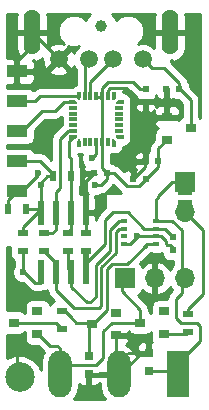
<source format=gtl>
G04 #@! TF.FileFunction,Copper,L1,Top,Signal*
%FSLAX46Y46*%
G04 Gerber Fmt 4.6, Leading zero omitted, Abs format (unit mm)*
G04 Created by KiCad (PCBNEW 4.0.7) date 01/29/18 07:06:24*
%MOMM*%
%LPD*%
G01*
G04 APERTURE LIST*
%ADD10C,0.100000*%
%ADD11R,0.500000X0.600000*%
%ADD12R,0.600000X0.500000*%
%ADD13C,1.000000*%
%ADD14C,2.500000*%
%ADD15R,0.750000X0.800000*%
%ADD16R,1.270000X0.970000*%
%ADD17R,0.900000X0.500000*%
%ADD18R,0.500000X0.900000*%
%ADD19R,0.900000X0.800000*%
%ADD20R,1.700000X1.700000*%
%ADD21O,1.700000X1.700000*%
%ADD22R,1.980000X3.960000*%
%ADD23O,1.980000X3.960000*%
%ADD24R,1.800000X1.000000*%
%ADD25C,1.501140*%
%ADD26O,1.400000X3.800000*%
%ADD27R,0.300000X0.500000*%
%ADD28R,0.300000X0.700000*%
%ADD29R,0.500000X0.300000*%
%ADD30R,0.700000X0.300000*%
%ADD31R,0.150000X0.150000*%
%ADD32R,0.508000X2.000000*%
%ADD33R,0.600000X0.350000*%
%ADD34C,0.600000*%
%ADD35C,0.250000*%
%ADD36C,0.254000*%
G04 APERTURE END LIST*
D10*
D11*
X152668000Y-85374000D03*
X152668000Y-86474000D03*
D12*
X149408000Y-92528000D03*
X148308000Y-92528000D03*
D13*
X148858000Y-80082000D03*
D14*
X142000000Y-109800000D03*
D11*
X154954000Y-97947000D03*
X154954000Y-99047000D03*
D12*
X155504000Y-85416000D03*
X154404000Y-85416000D03*
D15*
X152922000Y-107780000D03*
X152922000Y-109280000D03*
X147842000Y-109534000D03*
X147842000Y-108034000D03*
D12*
X152710000Y-93036000D03*
X151610000Y-93036000D03*
X153726000Y-91512000D03*
X152626000Y-91512000D03*
D16*
X155970000Y-93920000D03*
X155970000Y-95200000D03*
D17*
X156224000Y-104478000D03*
X156224000Y-105978000D03*
X145556000Y-104224000D03*
X145556000Y-105724000D03*
D18*
X146306000Y-92782000D03*
X144806000Y-92782000D03*
X140996000Y-95576000D03*
X142496000Y-95576000D03*
D19*
X154462000Y-87768000D03*
X154462000Y-89668000D03*
X156462000Y-88718000D03*
X143492000Y-106112000D03*
X143492000Y-104212000D03*
X141492000Y-105162000D03*
D20*
X150890000Y-101418000D03*
D21*
X153430000Y-101418000D03*
X155970000Y-101418000D03*
D22*
X155382000Y-109546000D03*
D23*
X150382000Y-109546000D03*
X145382000Y-109546000D03*
D20*
X155970000Y-93290000D03*
D21*
X155970000Y-95830000D03*
D17*
X146064000Y-99120000D03*
X146064000Y-97620000D03*
X144032000Y-99120000D03*
X144032000Y-97620000D03*
X142254000Y-99120000D03*
X142254000Y-97620000D03*
X147588000Y-99108000D03*
X147588000Y-97608000D03*
D19*
X154192000Y-106112000D03*
X154192000Y-104212000D03*
X152192000Y-105162000D03*
D24*
X141746000Y-94052000D03*
X141746000Y-86432000D03*
X141746000Y-88972000D03*
X141746000Y-83892000D03*
X141746000Y-91512000D03*
D25*
X152414860Y-82878120D03*
X149874860Y-82878120D03*
X147842860Y-82878120D03*
X145302860Y-82878120D03*
D26*
X154700000Y-80590000D03*
X143016000Y-80590000D03*
D19*
X150128000Y-106244000D03*
X150128000Y-104344000D03*
X148128000Y-105294000D03*
D27*
X146974000Y-90013040D03*
D28*
X147482000Y-89914000D03*
X148482000Y-89914000D03*
X149482000Y-89914000D03*
D27*
X149990000Y-90016320D03*
D29*
X150539400Y-89472760D03*
D30*
X150432000Y-88964000D03*
X150432000Y-87964000D03*
X150432000Y-87464000D03*
D29*
X150534320Y-86460320D03*
D27*
X149985680Y-85911680D03*
D28*
X148982000Y-86014000D03*
X148482000Y-86014000D03*
X147982000Y-86014000D03*
D27*
X146973240Y-85911680D03*
D29*
X146434760Y-86461080D03*
D30*
X146532000Y-87464000D03*
X146532000Y-87964000D03*
X146532000Y-88464000D03*
D29*
X146424600Y-89467680D03*
D31*
X147049440Y-89686120D03*
X149915000Y-89691920D03*
X150215000Y-89397000D03*
X150209920Y-86536080D03*
X149909920Y-86236080D03*
X147049000Y-86241160D03*
X146759160Y-86536080D03*
X146749720Y-89391920D03*
D10*
G36*
X146823427Y-89467680D02*
X146673520Y-89617587D01*
X146523613Y-89467680D01*
X146673520Y-89317773D01*
X146823427Y-89467680D01*
X146823427Y-89467680D01*
G37*
G36*
X146834067Y-86461080D02*
X146684160Y-86610987D01*
X146534253Y-86461080D01*
X146684160Y-86311173D01*
X146834067Y-86461080D01*
X146834067Y-86461080D01*
G37*
G36*
X150439907Y-89472000D02*
X150290000Y-89621907D01*
X150140093Y-89472000D01*
X150290000Y-89322093D01*
X150439907Y-89472000D01*
X150439907Y-89472000D01*
G37*
G36*
X150434827Y-86461080D02*
X150284920Y-86610987D01*
X150135013Y-86461080D01*
X150284920Y-86311173D01*
X150434827Y-86461080D01*
X150434827Y-86461080D01*
G37*
G36*
X147123147Y-89762320D02*
X146973240Y-89912227D01*
X146823333Y-89762320D01*
X146973240Y-89612413D01*
X147123147Y-89762320D01*
X147123147Y-89762320D01*
G37*
G36*
X147123907Y-86166160D02*
X146974000Y-86316067D01*
X146824093Y-86166160D01*
X146974000Y-86016253D01*
X147123907Y-86166160D01*
X147123907Y-86166160D01*
G37*
G36*
X150139907Y-89766920D02*
X149990000Y-89916827D01*
X149840093Y-89766920D01*
X149990000Y-89617013D01*
X150139907Y-89766920D01*
X150139907Y-89766920D01*
G37*
G36*
X150134827Y-86161080D02*
X149984920Y-86310987D01*
X149835013Y-86161080D01*
X149984920Y-86011173D01*
X150134827Y-86161080D01*
X150134827Y-86161080D01*
G37*
D28*
X147982000Y-89914000D03*
X148982000Y-89914000D03*
D30*
X150432000Y-88464000D03*
X146532000Y-88964000D03*
X150432000Y-86964000D03*
D28*
X149482000Y-86014000D03*
X147482000Y-86014000D03*
D30*
X146532000Y-86964000D03*
D32*
X143778000Y-95870000D03*
X145048000Y-95870000D03*
X146318000Y-95870000D03*
X147588000Y-95870000D03*
X147588000Y-100870000D03*
X146318000Y-100870000D03*
X145048000Y-100870000D03*
X143778000Y-100870000D03*
D33*
X150820000Y-98512000D03*
X150820000Y-97862000D03*
X153560000Y-97212000D03*
X150820000Y-96562000D03*
X153560000Y-98512000D03*
X153560000Y-97862000D03*
X150820000Y-97212000D03*
X153560000Y-96562000D03*
D34*
X144032000Y-88464000D03*
X147334000Y-92528000D03*
X151144000Y-92070000D03*
X143778000Y-93544000D03*
X148350000Y-93544000D03*
X148096000Y-91258000D03*
X143524000Y-92528000D03*
X141746000Y-107006000D03*
X141746000Y-102942000D03*
X142254000Y-100910000D03*
X151906000Y-97862000D03*
D35*
X152668000Y-86474000D02*
X152168000Y-86474000D01*
X152168000Y-86474000D02*
X150983000Y-85289000D01*
X149671998Y-85289000D02*
X149482000Y-85478998D01*
X150983000Y-85289000D02*
X149671998Y-85289000D01*
X149482000Y-85478998D02*
X149482000Y-85539000D01*
X149482000Y-85539000D02*
X149482000Y-86064000D01*
X148308000Y-92528000D02*
X147334000Y-92528000D01*
X151610000Y-93036000D02*
X151610000Y-92536000D01*
X151610000Y-92536000D02*
X151144000Y-92070000D01*
X148308000Y-92528000D02*
X148258000Y-92528000D01*
X148258000Y-92528000D02*
X147588000Y-93198000D01*
X147588000Y-93198000D02*
X147588000Y-97100000D01*
X147588000Y-97100000D02*
X147588000Y-97608000D01*
X151560000Y-93036000D02*
X151610000Y-93036000D01*
X152626000Y-91512000D02*
X152626000Y-92020000D01*
X152626000Y-92020000D02*
X151610000Y-93036000D01*
X154462000Y-87768000D02*
X153762000Y-87768000D01*
X153762000Y-87768000D02*
X152626000Y-88904000D01*
X152626000Y-88904000D02*
X152626000Y-91012000D01*
X152626000Y-91012000D02*
X152626000Y-91512000D01*
X143016000Y-80590000D02*
X143016000Y-81790000D01*
X143016000Y-81790000D02*
X141746000Y-83060000D01*
X141746000Y-83060000D02*
X141746000Y-83142000D01*
X141746000Y-83142000D02*
X141746000Y-83892000D01*
X145302860Y-82878120D02*
X143016000Y-80591260D01*
X143016000Y-80591260D02*
X143016000Y-80590000D01*
X148858000Y-93544000D02*
X148350000Y-93544000D01*
X141746000Y-91512000D02*
X143736000Y-91512000D01*
X143736000Y-91512000D02*
X144806000Y-92582000D01*
X144806000Y-92582000D02*
X144806000Y-92782000D01*
X142496000Y-95576000D02*
X143651000Y-95576000D01*
X143651000Y-95576000D02*
X143778000Y-95449000D01*
X142254000Y-97100000D02*
X142254000Y-97620000D01*
X144806000Y-92782000D02*
X144306000Y-92782000D01*
X144306000Y-92782000D02*
X143778000Y-93310000D01*
X143778000Y-93310000D02*
X143778000Y-95576000D01*
X143778000Y-95576000D02*
X142254000Y-97100000D01*
X141746000Y-91324000D02*
X141746000Y-91512000D01*
X149408000Y-92528000D02*
X149408000Y-92994000D01*
X149408000Y-92994000D02*
X148858000Y-93544000D01*
X152710000Y-93036000D02*
X152660000Y-93036000D01*
X152660000Y-93036000D02*
X152084999Y-93611001D01*
X152084999Y-93611001D02*
X151041001Y-93611001D01*
X151041001Y-93611001D02*
X149958000Y-92528000D01*
X149958000Y-92528000D02*
X149408000Y-92528000D01*
X153726000Y-91512000D02*
X153726000Y-90404000D01*
X153726000Y-90404000D02*
X154462000Y-89668000D01*
X152710000Y-93036000D02*
X153726000Y-92020000D01*
X153726000Y-92020000D02*
X153726000Y-91512000D01*
X148982000Y-89864000D02*
X148982000Y-89339000D01*
X148982000Y-89339000D02*
X148982000Y-86064000D01*
X151618000Y-84824000D02*
X152168000Y-85374000D01*
X149500587Y-84824000D02*
X151618000Y-84824000D01*
X148982000Y-86064000D02*
X148982000Y-85342587D01*
X152168000Y-85374000D02*
X152668000Y-85374000D01*
X148982000Y-85342587D02*
X149500587Y-84824000D01*
X148482000Y-86064000D02*
X148982000Y-86064000D01*
X148982000Y-89864000D02*
X148982000Y-92102000D01*
X148982000Y-92102000D02*
X149408000Y-92528000D01*
X141746000Y-91512000D02*
X141346000Y-91512000D01*
X141746000Y-88972000D02*
X142146000Y-88972000D01*
X142146000Y-88972000D02*
X143860999Y-87257001D01*
X143860999Y-87257001D02*
X144984999Y-87257001D01*
X144984999Y-87257001D02*
X145778000Y-86464000D01*
X145778000Y-86464000D02*
X146482000Y-86464000D01*
X141746000Y-86432000D02*
X143270000Y-86432000D01*
X143270000Y-86432000D02*
X143738000Y-85964000D01*
X143738000Y-85964000D02*
X146982000Y-85964000D01*
X144032000Y-97620000D02*
X144732000Y-97620000D01*
X144732000Y-97620000D02*
X145048000Y-97304000D01*
X145048000Y-97304000D02*
X145048000Y-97120000D01*
X145048000Y-97120000D02*
X145048000Y-95870000D01*
X145048000Y-94941000D02*
X145048000Y-94119500D01*
X145048000Y-94119500D02*
X145431010Y-93736490D01*
X145431010Y-93736490D02*
X145431010Y-89589990D01*
X145431010Y-89589990D02*
X146057000Y-88964000D01*
X146057000Y-88964000D02*
X146582000Y-88964000D01*
X145048000Y-95830000D02*
X145048000Y-94941000D01*
X145048000Y-94941000D02*
X145048000Y-95258500D01*
X146318000Y-95870000D02*
X146318000Y-97227000D01*
X146318000Y-97227000D02*
X146064000Y-97481000D01*
X146064000Y-97481000D02*
X146064000Y-97620000D01*
X146424600Y-89467680D02*
X146658338Y-89467680D01*
X146306000Y-92782000D02*
X146306000Y-91270000D01*
X146306000Y-91270000D02*
X146191000Y-91155000D01*
X146191000Y-91155000D02*
X146191000Y-89755000D01*
X146191000Y-89755000D02*
X146482000Y-89464000D01*
X146318000Y-94941000D02*
X146318000Y-92794000D01*
X146318000Y-92794000D02*
X146306000Y-92782000D01*
X148096000Y-91258000D02*
X148482000Y-90872000D01*
X148482000Y-90872000D02*
X148482000Y-89864000D01*
X143524000Y-92674000D02*
X143524000Y-92528000D01*
X142146000Y-94052000D02*
X143524000Y-92674000D01*
X140996000Y-95576000D02*
X140996000Y-94802000D01*
X140996000Y-94802000D02*
X141746000Y-94052000D01*
X141746000Y-94052000D02*
X142146000Y-94052000D01*
X148482000Y-89864000D02*
X148482000Y-90389000D01*
X155504000Y-85416000D02*
X155504000Y-84916000D01*
X155504000Y-84916000D02*
X154216689Y-83628689D01*
X154216689Y-83628689D02*
X153165429Y-83628689D01*
X153165429Y-83628689D02*
X152414860Y-82878120D01*
X156462000Y-88718000D02*
X156462000Y-86324000D01*
X156462000Y-86324000D02*
X155554000Y-85416000D01*
X155554000Y-85416000D02*
X155504000Y-85416000D01*
X154192000Y-97212000D02*
X153560000Y-97212000D01*
X147588000Y-100124000D02*
X147588000Y-100870000D01*
X152525002Y-97212000D02*
X151143002Y-95830000D01*
X149227978Y-98484022D02*
X147588000Y-100124000D01*
X151143002Y-95830000D02*
X149874000Y-95830000D01*
X154192000Y-97212000D02*
X152525002Y-97212000D01*
X149874000Y-95830000D02*
X149227978Y-96476022D01*
X149227978Y-96476022D02*
X149227978Y-98484022D01*
X150128000Y-106244000D02*
X150128000Y-109292000D01*
X150128000Y-109292000D02*
X150382000Y-109546000D01*
X154254000Y-97212000D02*
X154192000Y-97212000D01*
X154954000Y-97947000D02*
X154954000Y-97897000D01*
X154954000Y-97897000D02*
X154269000Y-97212000D01*
X154269000Y-97212000D02*
X154192000Y-97212000D01*
X150762000Y-109166000D02*
X150382000Y-109546000D01*
X141746000Y-107006000D02*
X141746000Y-109546000D01*
X141746000Y-109546000D02*
X142000000Y-109800000D01*
X152922000Y-107780000D02*
X151130000Y-107780000D01*
X152922000Y-107780000D02*
X152297000Y-107780000D01*
X150531000Y-109546000D02*
X150382000Y-109546000D01*
X152297000Y-107780000D02*
X150531000Y-109546000D01*
X147842000Y-109534000D02*
X150370000Y-109534000D01*
X150370000Y-109534000D02*
X150382000Y-109546000D01*
X153490000Y-96562000D02*
X154924000Y-96562000D01*
X154924000Y-96562000D02*
X155716000Y-97354000D01*
X155716000Y-97354000D02*
X155716000Y-100215919D01*
X155716000Y-100215919D02*
X155716000Y-102620081D01*
X155716000Y-102620081D02*
X155716000Y-101672000D01*
X155716000Y-101672000D02*
X155970000Y-101418000D01*
X155716000Y-102620081D02*
X155208000Y-103128081D01*
X155688998Y-105228000D02*
X156986000Y-105228000D01*
X157240000Y-105482000D02*
X157240000Y-106698000D01*
X155208000Y-103128081D02*
X155208000Y-104747002D01*
X155208000Y-104747002D02*
X155688998Y-105228000D01*
X156986000Y-105228000D02*
X157240000Y-105482000D01*
X157240000Y-106698000D02*
X155382000Y-108556000D01*
X155382000Y-108556000D02*
X155382000Y-109546000D01*
X153490000Y-96562000D02*
X153490000Y-94754000D01*
X153490000Y-94754000D02*
X153684000Y-94560000D01*
X153684000Y-94560000D02*
X153684000Y-94476000D01*
X153684000Y-94476000D02*
X154870000Y-93290000D01*
X154870000Y-93290000D02*
X155970000Y-93290000D01*
X152922000Y-109280000D02*
X155116000Y-109280000D01*
X155116000Y-109280000D02*
X155382000Y-109546000D01*
X151049001Y-100242999D02*
X152728000Y-98564000D01*
X149352999Y-104119001D02*
X149352999Y-100669998D01*
X149779998Y-100242999D02*
X151049001Y-100242999D01*
X148128000Y-105294000D02*
X148178000Y-105294000D01*
X148178000Y-105294000D02*
X149352999Y-104119001D01*
X149352999Y-100669998D02*
X149779998Y-100242999D01*
X147842000Y-108034000D02*
X147842000Y-105580000D01*
X147842000Y-105580000D02*
X148128000Y-105294000D01*
X148112000Y-105162000D02*
X146748000Y-105162000D01*
X146748000Y-105162000D02*
X146318000Y-104732000D01*
X146318000Y-104732000D02*
X146318000Y-104720000D01*
X146318000Y-104720000D02*
X145822000Y-104224000D01*
X145822000Y-104224000D02*
X145810000Y-104224000D01*
X148112000Y-105162000D02*
X147777000Y-105162000D01*
X152780000Y-98512000D02*
X153490000Y-98512000D01*
X152414000Y-98878000D02*
X152780000Y-98512000D01*
X156224000Y-104478000D02*
X156224000Y-103978000D01*
X156224000Y-103978000D02*
X157494000Y-102708000D01*
X157494000Y-102708000D02*
X157494000Y-97354000D01*
X156819999Y-96679999D02*
X155970000Y-95830000D01*
X157494000Y-97354000D02*
X156819999Y-96679999D01*
X147982000Y-86064000D02*
X147982000Y-84770980D01*
X147982000Y-84770980D02*
X149874860Y-82878120D01*
X147482000Y-86064000D02*
X147482000Y-83238980D01*
X147482000Y-83238980D02*
X147842860Y-82878120D01*
X145382000Y-109546000D02*
X146144000Y-108784000D01*
X146144000Y-108784000D02*
X148452002Y-108784000D01*
X148452002Y-108784000D02*
X149066990Y-108169012D01*
X149066990Y-108169012D02*
X149066990Y-105870008D01*
X149066990Y-105870008D02*
X149774998Y-105162000D01*
X149774998Y-105162000D02*
X152192000Y-105162000D01*
X145382000Y-110536000D02*
X145382000Y-109546000D01*
X150636000Y-101418000D02*
X150636000Y-102518000D01*
X150636000Y-102518000D02*
X152192000Y-104074000D01*
X152192000Y-104074000D02*
X152192000Y-104512000D01*
X152192000Y-104512000D02*
X152192000Y-105162000D01*
X143492000Y-106112000D02*
X143542000Y-106112000D01*
X145176000Y-107110000D02*
X145382000Y-107316000D01*
X143542000Y-106112000D02*
X144540000Y-107110000D01*
X144540000Y-107110000D02*
X145176000Y-107110000D01*
X145382000Y-107316000D02*
X145382000Y-109546000D01*
X145810000Y-105724000D02*
X145610000Y-105724000D01*
X145610000Y-105724000D02*
X145048000Y-105162000D01*
X145048000Y-105162000D02*
X142192000Y-105162000D01*
X142192000Y-105162000D02*
X141492000Y-105162000D01*
X153965000Y-97862000D02*
X153560000Y-97862000D01*
X150890000Y-98512000D02*
X151365000Y-98512000D01*
X154954000Y-98851000D02*
X154954000Y-99047000D01*
X151365000Y-98512000D02*
X152015000Y-97862000D01*
X152015000Y-97862000D02*
X153965000Y-97862000D01*
X153965000Y-97862000D02*
X154378999Y-98275999D01*
X154378999Y-98507001D02*
X154443999Y-98572001D01*
X154378999Y-98275999D02*
X154378999Y-98507001D01*
X154443999Y-98572001D02*
X154675001Y-98572001D01*
X154675001Y-98572001D02*
X154954000Y-98851000D01*
X143778000Y-101799000D02*
X143778000Y-100977500D01*
X143778000Y-101799000D02*
X143274000Y-101799000D01*
X143274000Y-101799000D02*
X142254000Y-100779000D01*
X142254000Y-100779000D02*
X142254000Y-99620000D01*
X142254000Y-99620000D02*
X142254000Y-99120000D01*
X142254000Y-100656000D02*
X142254000Y-99120000D01*
X147648000Y-103450000D02*
X146318000Y-102120000D01*
X148452976Y-102966024D02*
X147969000Y-103450000D01*
X146318000Y-102120000D02*
X146318000Y-100870000D01*
X148452976Y-100297200D02*
X148452976Y-102966024D01*
X149677989Y-99072187D02*
X148452976Y-100297200D01*
X149677989Y-97312600D02*
X149677989Y-99072187D01*
X150428589Y-96562000D02*
X149677989Y-97312600D01*
X150890000Y-96562000D02*
X150428589Y-96562000D01*
X147969000Y-103450000D02*
X147648000Y-103450000D01*
X146064000Y-99120000D02*
X146064000Y-100616000D01*
X146064000Y-100616000D02*
X146318000Y-100870000D01*
X146064000Y-99620000D02*
X146064000Y-99120000D01*
X148902987Y-103787424D02*
X148732411Y-103958000D01*
X150128000Y-97499000D02*
X150128000Y-99258587D01*
X146570590Y-103958000D02*
X145048000Y-102435410D01*
X150890000Y-97212000D02*
X150415000Y-97212000D01*
X150415000Y-97212000D02*
X150128000Y-97499000D01*
X150128000Y-99258587D02*
X148902987Y-100483600D01*
X148902987Y-100483600D02*
X148902987Y-103787424D01*
X148732411Y-103958000D02*
X146570590Y-103958000D01*
X145048000Y-102435410D02*
X145048000Y-101799000D01*
X144032000Y-99120000D02*
X145048000Y-100136000D01*
X145048000Y-100136000D02*
X145048000Y-100870000D01*
X145048000Y-101608500D02*
X145048000Y-100636000D01*
X154192000Y-106112000D02*
X156090000Y-106112000D01*
X156090000Y-106112000D02*
X156224000Y-105978000D01*
D36*
G36*
X147246721Y-90886014D02*
X147169161Y-91072799D01*
X147168839Y-91441583D01*
X147309669Y-91782417D01*
X147462530Y-91935545D01*
X147373000Y-92151690D01*
X147373000Y-92244250D01*
X147531750Y-92403000D01*
X148181000Y-92403000D01*
X148181000Y-92381000D01*
X148285497Y-92381000D01*
X148287243Y-92389778D01*
X148439120Y-92617077D01*
X148166417Y-92616839D01*
X148078901Y-92653000D01*
X147531750Y-92653000D01*
X147373000Y-92811750D01*
X147373000Y-92904310D01*
X147469673Y-93137699D01*
X147501680Y-93169706D01*
X147423161Y-93358799D01*
X147422839Y-93727583D01*
X147563669Y-94068417D01*
X147801793Y-94306957D01*
X147715000Y-94393750D01*
X147715000Y-95743000D01*
X148318250Y-95743000D01*
X148477000Y-95584250D01*
X148477000Y-94743690D01*
X148380327Y-94510301D01*
X148341019Y-94470993D01*
X148533583Y-94471161D01*
X148874417Y-94330331D01*
X148921451Y-94283379D01*
X149145778Y-94238757D01*
X149389744Y-94075744D01*
X149916000Y-93549489D01*
X150509257Y-94142746D01*
X150563515Y-94179000D01*
X149366000Y-94179000D01*
X149316590Y-94189006D01*
X149274965Y-94217447D01*
X149247685Y-94259841D01*
X149239000Y-94306000D01*
X149239000Y-95401512D01*
X148696234Y-95944278D01*
X148533221Y-96188244D01*
X148477000Y-96470884D01*
X148477000Y-96155750D01*
X148318250Y-95997000D01*
X147715000Y-95997000D01*
X147715000Y-96017000D01*
X147461000Y-96017000D01*
X147461000Y-95997000D01*
X147441000Y-95997000D01*
X147441000Y-95743000D01*
X147461000Y-95743000D01*
X147461000Y-94393750D01*
X147302250Y-94235000D01*
X147207691Y-94235000D01*
X147070000Y-94292034D01*
X147070000Y-93590361D01*
X147144917Y-93480717D01*
X147195283Y-93232000D01*
X147195283Y-92332000D01*
X147151563Y-92099648D01*
X147058000Y-91954247D01*
X147058000Y-91270000D01*
X147000757Y-90982222D01*
X146947370Y-90902323D01*
X147124000Y-90902323D01*
X147229360Y-90882498D01*
X147246721Y-90886014D01*
X147246721Y-90886014D01*
G37*
X147246721Y-90886014D02*
X147169161Y-91072799D01*
X147168839Y-91441583D01*
X147309669Y-91782417D01*
X147462530Y-91935545D01*
X147373000Y-92151690D01*
X147373000Y-92244250D01*
X147531750Y-92403000D01*
X148181000Y-92403000D01*
X148181000Y-92381000D01*
X148285497Y-92381000D01*
X148287243Y-92389778D01*
X148439120Y-92617077D01*
X148166417Y-92616839D01*
X148078901Y-92653000D01*
X147531750Y-92653000D01*
X147373000Y-92811750D01*
X147373000Y-92904310D01*
X147469673Y-93137699D01*
X147501680Y-93169706D01*
X147423161Y-93358799D01*
X147422839Y-93727583D01*
X147563669Y-94068417D01*
X147801793Y-94306957D01*
X147715000Y-94393750D01*
X147715000Y-95743000D01*
X148318250Y-95743000D01*
X148477000Y-95584250D01*
X148477000Y-94743690D01*
X148380327Y-94510301D01*
X148341019Y-94470993D01*
X148533583Y-94471161D01*
X148874417Y-94330331D01*
X148921451Y-94283379D01*
X149145778Y-94238757D01*
X149389744Y-94075744D01*
X149916000Y-93549489D01*
X150509257Y-94142746D01*
X150563515Y-94179000D01*
X149366000Y-94179000D01*
X149316590Y-94189006D01*
X149274965Y-94217447D01*
X149247685Y-94259841D01*
X149239000Y-94306000D01*
X149239000Y-95401512D01*
X148696234Y-95944278D01*
X148533221Y-96188244D01*
X148477000Y-96470884D01*
X148477000Y-96155750D01*
X148318250Y-95997000D01*
X147715000Y-95997000D01*
X147715000Y-96017000D01*
X147461000Y-96017000D01*
X147461000Y-95997000D01*
X147441000Y-95997000D01*
X147441000Y-95743000D01*
X147461000Y-95743000D01*
X147461000Y-94393750D01*
X147302250Y-94235000D01*
X147207691Y-94235000D01*
X147070000Y-94292034D01*
X147070000Y-93590361D01*
X147144917Y-93480717D01*
X147195283Y-93232000D01*
X147195283Y-92332000D01*
X147151563Y-92099648D01*
X147058000Y-91954247D01*
X147058000Y-91270000D01*
X147000757Y-90982222D01*
X146947370Y-90902323D01*
X147124000Y-90902323D01*
X147229360Y-90882498D01*
X147246721Y-90886014D01*
G36*
X154531000Y-85291000D02*
X154551000Y-85291000D01*
X154551000Y-85541000D01*
X154531000Y-85541000D01*
X154531000Y-86142250D01*
X154689750Y-86301000D01*
X154830309Y-86301000D01*
X154950105Y-86251379D01*
X154955283Y-86254917D01*
X155204000Y-86305283D01*
X155379795Y-86305283D01*
X155710000Y-86635488D01*
X155710000Y-87767254D01*
X155566247Y-87859757D01*
X155479689Y-87986439D01*
X155388250Y-87895000D01*
X154589000Y-87895000D01*
X154589000Y-87915000D01*
X154335000Y-87915000D01*
X154335000Y-87895000D01*
X153535750Y-87895000D01*
X153377000Y-88053750D01*
X153377000Y-88294310D01*
X153473673Y-88527699D01*
X153652302Y-88706327D01*
X153697736Y-88725146D01*
X153566247Y-88809757D01*
X153423083Y-89019283D01*
X153372717Y-89268000D01*
X153372717Y-89693795D01*
X153194256Y-89872256D01*
X153031243Y-90116222D01*
X152974000Y-90404000D01*
X152974000Y-90627000D01*
X152911750Y-90627000D01*
X152753000Y-90785750D01*
X152753000Y-91387000D01*
X152773000Y-91387000D01*
X152773000Y-91637000D01*
X152753000Y-91637000D01*
X152753000Y-91659000D01*
X152499000Y-91659000D01*
X152499000Y-91637000D01*
X151849750Y-91637000D01*
X151691000Y-91795750D01*
X151691000Y-91888310D01*
X151787673Y-92121699D01*
X151856362Y-92190388D01*
X151737000Y-92309750D01*
X151737000Y-92859001D01*
X151483000Y-92859001D01*
X151483000Y-92309750D01*
X151324250Y-92151000D01*
X151183691Y-92151000D01*
X150950302Y-92247673D01*
X150845731Y-92352243D01*
X150489744Y-91996256D01*
X150245778Y-91833243D01*
X150135637Y-91811334D01*
X149956717Y-91689083D01*
X149734000Y-91643982D01*
X149734000Y-91135690D01*
X151691000Y-91135690D01*
X151691000Y-91228250D01*
X151849750Y-91387000D01*
X152499000Y-91387000D01*
X152499000Y-90785750D01*
X152340250Y-90627000D01*
X152199691Y-90627000D01*
X151966302Y-90723673D01*
X151787673Y-90902301D01*
X151691000Y-91135690D01*
X149734000Y-91135690D01*
X149734000Y-90884138D01*
X149840000Y-90905603D01*
X150140000Y-90905603D01*
X150372352Y-90861883D01*
X150585753Y-90724563D01*
X150728917Y-90515037D01*
X150779283Y-90266320D01*
X150779283Y-90262043D01*
X150789400Y-90262043D01*
X151021752Y-90218323D01*
X151235153Y-90081003D01*
X151378317Y-89871477D01*
X151428683Y-89622760D01*
X151428683Y-89322760D01*
X151404757Y-89195606D01*
X151421283Y-89114000D01*
X151421283Y-88814000D01*
X151401776Y-88710329D01*
X151421283Y-88614000D01*
X151421283Y-88314000D01*
X151401776Y-88210329D01*
X151421283Y-88114000D01*
X151421283Y-87814000D01*
X151401776Y-87710329D01*
X151421283Y-87614000D01*
X151421283Y-87314000D01*
X151401776Y-87210329D01*
X151421283Y-87114000D01*
X151421283Y-86814000D01*
X151411076Y-86759750D01*
X151783000Y-86759750D01*
X151783000Y-86900309D01*
X151879673Y-87133698D01*
X152058301Y-87312327D01*
X152291690Y-87409000D01*
X152384250Y-87409000D01*
X152543000Y-87250250D01*
X152543000Y-86601000D01*
X152793000Y-86601000D01*
X152793000Y-87250250D01*
X152951750Y-87409000D01*
X153044310Y-87409000D01*
X153277699Y-87312327D01*
X153397269Y-87192756D01*
X153377000Y-87241690D01*
X153377000Y-87482250D01*
X153535750Y-87641000D01*
X154335000Y-87641000D01*
X154335000Y-86891750D01*
X154589000Y-86891750D01*
X154589000Y-87641000D01*
X155388250Y-87641000D01*
X155547000Y-87482250D01*
X155547000Y-87241690D01*
X155450327Y-87008301D01*
X155271698Y-86829673D01*
X155038309Y-86733000D01*
X154747750Y-86733000D01*
X154589000Y-86891750D01*
X154335000Y-86891750D01*
X154176250Y-86733000D01*
X153885691Y-86733000D01*
X153652302Y-86829673D01*
X153532731Y-86949244D01*
X153553000Y-86900309D01*
X153553000Y-86759750D01*
X153394250Y-86601000D01*
X152793000Y-86601000D01*
X152543000Y-86601000D01*
X151941750Y-86601000D01*
X151783000Y-86759750D01*
X151411076Y-86759750D01*
X151402535Y-86714360D01*
X151423603Y-86610320D01*
X151423603Y-86310320D01*
X151379883Y-86077968D01*
X151242563Y-85864567D01*
X151033037Y-85721403D01*
X150784320Y-85671037D01*
X150774963Y-85671037D01*
X150774963Y-85661680D01*
X150758841Y-85576000D01*
X151306512Y-85576000D01*
X151636255Y-85905744D01*
X151797241Y-86013311D01*
X151783000Y-86047691D01*
X151783000Y-86188250D01*
X151941750Y-86347000D01*
X152543000Y-86347000D01*
X152543000Y-86327000D01*
X152793000Y-86327000D01*
X152793000Y-86347000D01*
X153394250Y-86347000D01*
X153553000Y-86188250D01*
X153553000Y-86047691D01*
X153503379Y-85927895D01*
X153506917Y-85922717D01*
X153512203Y-85896612D01*
X153565673Y-86025699D01*
X153744302Y-86204327D01*
X153977691Y-86301000D01*
X154118250Y-86301000D01*
X154277000Y-86142250D01*
X154277000Y-85541000D01*
X154257000Y-85541000D01*
X154257000Y-85291000D01*
X154277000Y-85291000D01*
X154277000Y-85269000D01*
X154531000Y-85269000D01*
X154531000Y-85291000D01*
X154531000Y-85291000D01*
G37*
X154531000Y-85291000D02*
X154551000Y-85291000D01*
X154551000Y-85541000D01*
X154531000Y-85541000D01*
X154531000Y-86142250D01*
X154689750Y-86301000D01*
X154830309Y-86301000D01*
X154950105Y-86251379D01*
X154955283Y-86254917D01*
X155204000Y-86305283D01*
X155379795Y-86305283D01*
X155710000Y-86635488D01*
X155710000Y-87767254D01*
X155566247Y-87859757D01*
X155479689Y-87986439D01*
X155388250Y-87895000D01*
X154589000Y-87895000D01*
X154589000Y-87915000D01*
X154335000Y-87915000D01*
X154335000Y-87895000D01*
X153535750Y-87895000D01*
X153377000Y-88053750D01*
X153377000Y-88294310D01*
X153473673Y-88527699D01*
X153652302Y-88706327D01*
X153697736Y-88725146D01*
X153566247Y-88809757D01*
X153423083Y-89019283D01*
X153372717Y-89268000D01*
X153372717Y-89693795D01*
X153194256Y-89872256D01*
X153031243Y-90116222D01*
X152974000Y-90404000D01*
X152974000Y-90627000D01*
X152911750Y-90627000D01*
X152753000Y-90785750D01*
X152753000Y-91387000D01*
X152773000Y-91387000D01*
X152773000Y-91637000D01*
X152753000Y-91637000D01*
X152753000Y-91659000D01*
X152499000Y-91659000D01*
X152499000Y-91637000D01*
X151849750Y-91637000D01*
X151691000Y-91795750D01*
X151691000Y-91888310D01*
X151787673Y-92121699D01*
X151856362Y-92190388D01*
X151737000Y-92309750D01*
X151737000Y-92859001D01*
X151483000Y-92859001D01*
X151483000Y-92309750D01*
X151324250Y-92151000D01*
X151183691Y-92151000D01*
X150950302Y-92247673D01*
X150845731Y-92352243D01*
X150489744Y-91996256D01*
X150245778Y-91833243D01*
X150135637Y-91811334D01*
X149956717Y-91689083D01*
X149734000Y-91643982D01*
X149734000Y-91135690D01*
X151691000Y-91135690D01*
X151691000Y-91228250D01*
X151849750Y-91387000D01*
X152499000Y-91387000D01*
X152499000Y-90785750D01*
X152340250Y-90627000D01*
X152199691Y-90627000D01*
X151966302Y-90723673D01*
X151787673Y-90902301D01*
X151691000Y-91135690D01*
X149734000Y-91135690D01*
X149734000Y-90884138D01*
X149840000Y-90905603D01*
X150140000Y-90905603D01*
X150372352Y-90861883D01*
X150585753Y-90724563D01*
X150728917Y-90515037D01*
X150779283Y-90266320D01*
X150779283Y-90262043D01*
X150789400Y-90262043D01*
X151021752Y-90218323D01*
X151235153Y-90081003D01*
X151378317Y-89871477D01*
X151428683Y-89622760D01*
X151428683Y-89322760D01*
X151404757Y-89195606D01*
X151421283Y-89114000D01*
X151421283Y-88814000D01*
X151401776Y-88710329D01*
X151421283Y-88614000D01*
X151421283Y-88314000D01*
X151401776Y-88210329D01*
X151421283Y-88114000D01*
X151421283Y-87814000D01*
X151401776Y-87710329D01*
X151421283Y-87614000D01*
X151421283Y-87314000D01*
X151401776Y-87210329D01*
X151421283Y-87114000D01*
X151421283Y-86814000D01*
X151411076Y-86759750D01*
X151783000Y-86759750D01*
X151783000Y-86900309D01*
X151879673Y-87133698D01*
X152058301Y-87312327D01*
X152291690Y-87409000D01*
X152384250Y-87409000D01*
X152543000Y-87250250D01*
X152543000Y-86601000D01*
X152793000Y-86601000D01*
X152793000Y-87250250D01*
X152951750Y-87409000D01*
X153044310Y-87409000D01*
X153277699Y-87312327D01*
X153397269Y-87192756D01*
X153377000Y-87241690D01*
X153377000Y-87482250D01*
X153535750Y-87641000D01*
X154335000Y-87641000D01*
X154335000Y-86891750D01*
X154589000Y-86891750D01*
X154589000Y-87641000D01*
X155388250Y-87641000D01*
X155547000Y-87482250D01*
X155547000Y-87241690D01*
X155450327Y-87008301D01*
X155271698Y-86829673D01*
X155038309Y-86733000D01*
X154747750Y-86733000D01*
X154589000Y-86891750D01*
X154335000Y-86891750D01*
X154176250Y-86733000D01*
X153885691Y-86733000D01*
X153652302Y-86829673D01*
X153532731Y-86949244D01*
X153553000Y-86900309D01*
X153553000Y-86759750D01*
X153394250Y-86601000D01*
X152793000Y-86601000D01*
X152543000Y-86601000D01*
X151941750Y-86601000D01*
X151783000Y-86759750D01*
X151411076Y-86759750D01*
X151402535Y-86714360D01*
X151423603Y-86610320D01*
X151423603Y-86310320D01*
X151379883Y-86077968D01*
X151242563Y-85864567D01*
X151033037Y-85721403D01*
X150784320Y-85671037D01*
X150774963Y-85671037D01*
X150774963Y-85661680D01*
X150758841Y-85576000D01*
X151306512Y-85576000D01*
X151636255Y-85905744D01*
X151797241Y-86013311D01*
X151783000Y-86047691D01*
X151783000Y-86188250D01*
X151941750Y-86347000D01*
X152543000Y-86347000D01*
X152543000Y-86327000D01*
X152793000Y-86327000D01*
X152793000Y-86347000D01*
X153394250Y-86347000D01*
X153553000Y-86188250D01*
X153553000Y-86047691D01*
X153503379Y-85927895D01*
X153506917Y-85922717D01*
X153512203Y-85896612D01*
X153565673Y-86025699D01*
X153744302Y-86204327D01*
X153977691Y-86301000D01*
X154118250Y-86301000D01*
X154277000Y-86142250D01*
X154277000Y-85541000D01*
X154257000Y-85541000D01*
X154257000Y-85291000D01*
X154277000Y-85291000D01*
X154277000Y-85269000D01*
X154531000Y-85269000D01*
X154531000Y-85291000D01*
G36*
X145542717Y-87814000D02*
X145542717Y-88114000D01*
X145562224Y-88217671D01*
X145542717Y-88314000D01*
X145542717Y-88420588D01*
X145525256Y-88432255D01*
X144899266Y-89058246D01*
X144736253Y-89302212D01*
X144679010Y-89589990D01*
X144679010Y-91391522D01*
X144267744Y-90980256D01*
X144023778Y-90817243D01*
X143736000Y-90760000D01*
X143228920Y-90760000D01*
X143104243Y-90566247D01*
X142894717Y-90423083D01*
X142646000Y-90372717D01*
X140949000Y-90372717D01*
X140949000Y-90111283D01*
X142646000Y-90111283D01*
X142878352Y-90067563D01*
X143091753Y-89930243D01*
X143234917Y-89720717D01*
X143285283Y-89472000D01*
X143285283Y-88896205D01*
X144172487Y-88009001D01*
X144984999Y-88009001D01*
X145272777Y-87951758D01*
X145516743Y-87788745D01*
X145555725Y-87749763D01*
X145542717Y-87814000D01*
X145542717Y-87814000D01*
G37*
X145542717Y-87814000D02*
X145542717Y-88114000D01*
X145562224Y-88217671D01*
X145542717Y-88314000D01*
X145542717Y-88420588D01*
X145525256Y-88432255D01*
X144899266Y-89058246D01*
X144736253Y-89302212D01*
X144679010Y-89589990D01*
X144679010Y-91391522D01*
X144267744Y-90980256D01*
X144023778Y-90817243D01*
X143736000Y-90760000D01*
X143228920Y-90760000D01*
X143104243Y-90566247D01*
X142894717Y-90423083D01*
X142646000Y-90372717D01*
X140949000Y-90372717D01*
X140949000Y-90111283D01*
X142646000Y-90111283D01*
X142878352Y-90067563D01*
X143091753Y-89930243D01*
X143234917Y-89720717D01*
X143285283Y-89472000D01*
X143285283Y-88896205D01*
X144172487Y-88009001D01*
X144984999Y-88009001D01*
X145272777Y-87951758D01*
X145516743Y-87788745D01*
X145555725Y-87749763D01*
X145542717Y-87814000D01*
G36*
X153365000Y-79263000D02*
X153365000Y-80463000D01*
X154573000Y-80463000D01*
X154573000Y-80443000D01*
X154827000Y-80443000D01*
X154827000Y-80463000D01*
X156035000Y-80463000D01*
X156035000Y-79263000D01*
X155965466Y-79031000D01*
X157275000Y-79031000D01*
X157275000Y-87807170D01*
X157214000Y-87765490D01*
X157214000Y-86324000D01*
X157156757Y-86036222D01*
X156993744Y-85792256D01*
X156443283Y-85241795D01*
X156443283Y-85166000D01*
X156399563Y-84933648D01*
X156262243Y-84720247D01*
X156209955Y-84684520D01*
X156198757Y-84628222D01*
X156130933Y-84526717D01*
X156035745Y-84384256D01*
X154776488Y-83125000D01*
X154827002Y-83125000D01*
X154827002Y-82959375D01*
X155033329Y-83082716D01*
X155093550Y-83071980D01*
X155554185Y-82823790D01*
X155884778Y-82418215D01*
X156035000Y-81917000D01*
X156035000Y-80717000D01*
X154827000Y-80717000D01*
X154827000Y-80737000D01*
X154573000Y-80737000D01*
X154573000Y-80717000D01*
X153365000Y-80717000D01*
X153365000Y-81880040D01*
X153196209Y-81710954D01*
X152690078Y-81500790D01*
X152142047Y-81500312D01*
X151991732Y-81562421D01*
X152310683Y-81244026D01*
X152520760Y-80738104D01*
X152521238Y-80190299D01*
X152312044Y-79684011D01*
X151925026Y-79296317D01*
X151419104Y-79086240D01*
X150871299Y-79085762D01*
X150365011Y-79294956D01*
X150137994Y-79521577D01*
X150043010Y-79291697D01*
X149782768Y-79031000D01*
X153434534Y-79031000D01*
X153365000Y-79263000D01*
X153365000Y-79263000D01*
G37*
X153365000Y-79263000D02*
X153365000Y-80463000D01*
X154573000Y-80463000D01*
X154573000Y-80443000D01*
X154827000Y-80443000D01*
X154827000Y-80463000D01*
X156035000Y-80463000D01*
X156035000Y-79263000D01*
X155965466Y-79031000D01*
X157275000Y-79031000D01*
X157275000Y-87807170D01*
X157214000Y-87765490D01*
X157214000Y-86324000D01*
X157156757Y-86036222D01*
X156993744Y-85792256D01*
X156443283Y-85241795D01*
X156443283Y-85166000D01*
X156399563Y-84933648D01*
X156262243Y-84720247D01*
X156209955Y-84684520D01*
X156198757Y-84628222D01*
X156130933Y-84526717D01*
X156035745Y-84384256D01*
X154776488Y-83125000D01*
X154827002Y-83125000D01*
X154827002Y-82959375D01*
X155033329Y-83082716D01*
X155093550Y-83071980D01*
X155554185Y-82823790D01*
X155884778Y-82418215D01*
X156035000Y-81917000D01*
X156035000Y-80717000D01*
X154827000Y-80717000D01*
X154827000Y-80737000D01*
X154573000Y-80737000D01*
X154573000Y-80717000D01*
X153365000Y-80717000D01*
X153365000Y-81880040D01*
X153196209Y-81710954D01*
X152690078Y-81500790D01*
X152142047Y-81500312D01*
X151991732Y-81562421D01*
X152310683Y-81244026D01*
X152520760Y-80738104D01*
X152521238Y-80190299D01*
X152312044Y-79684011D01*
X151925026Y-79296317D01*
X151419104Y-79086240D01*
X150871299Y-79085762D01*
X150365011Y-79294956D01*
X150137994Y-79521577D01*
X150043010Y-79291697D01*
X149782768Y-79031000D01*
X153434534Y-79031000D01*
X153365000Y-79263000D01*
G36*
X141681000Y-79263000D02*
X141681000Y-80463000D01*
X142889000Y-80463000D01*
X142889000Y-80443000D01*
X143143000Y-80443000D01*
X143143000Y-80463000D01*
X144351000Y-80463000D01*
X144351000Y-79263000D01*
X144281466Y-79031000D01*
X147933453Y-79031000D01*
X147674371Y-79289630D01*
X147578010Y-79521694D01*
X147353026Y-79296317D01*
X146847104Y-79086240D01*
X146299299Y-79085762D01*
X145793011Y-79294956D01*
X145405317Y-79681974D01*
X145195240Y-80187896D01*
X145194762Y-80735701D01*
X145403956Y-81241989D01*
X145715800Y-81554378D01*
X145507826Y-81480353D01*
X144957322Y-81508315D01*
X144578595Y-81665189D01*
X144510536Y-81906188D01*
X144395483Y-81791135D01*
X144351000Y-81835618D01*
X144351000Y-80717000D01*
X143143000Y-80717000D01*
X143143000Y-80737000D01*
X142889000Y-80737000D01*
X142889000Y-80717000D01*
X141681000Y-80717000D01*
X141681000Y-81917000D01*
X141831222Y-82418215D01*
X142107373Y-82757000D01*
X142031750Y-82757000D01*
X141873000Y-82915750D01*
X141873000Y-83765000D01*
X143122250Y-83765000D01*
X143281000Y-83606250D01*
X143281000Y-83265691D01*
X143184327Y-83032302D01*
X143143002Y-82990977D01*
X143143002Y-82959375D01*
X143349329Y-83082716D01*
X143409550Y-83071980D01*
X143870185Y-82823790D01*
X143910248Y-82774640D01*
X143933055Y-83223658D01*
X144089929Y-83602385D01*
X144330930Y-83670445D01*
X145123255Y-82878120D01*
X145109113Y-82863978D01*
X145288718Y-82684373D01*
X145302860Y-82698515D01*
X146095185Y-81906190D01*
X146047137Y-81736051D01*
X146296896Y-81839760D01*
X146844701Y-81840238D01*
X146994805Y-81778216D01*
X146675694Y-82096771D01*
X146583807Y-82318060D01*
X146515791Y-82153855D01*
X146274790Y-82085795D01*
X145482465Y-82878120D01*
X146274790Y-83670445D01*
X146515791Y-83602385D01*
X146578635Y-83425825D01*
X146674332Y-83657431D01*
X146730000Y-83713196D01*
X146730000Y-85039941D01*
X146590888Y-85066117D01*
X146377487Y-85203437D01*
X146371636Y-85212000D01*
X143738000Y-85212000D01*
X143450222Y-85269243D01*
X143206256Y-85432256D01*
X143123045Y-85515467D01*
X143104243Y-85486247D01*
X142894717Y-85343083D01*
X142646000Y-85292717D01*
X140949000Y-85292717D01*
X140949000Y-85027000D01*
X141460250Y-85027000D01*
X141619000Y-84868250D01*
X141619000Y-84019000D01*
X141873000Y-84019000D01*
X141873000Y-84868250D01*
X142031750Y-85027000D01*
X142772310Y-85027000D01*
X143005699Y-84930327D01*
X143184327Y-84751698D01*
X143281000Y-84518309D01*
X143281000Y-84177750D01*
X143122250Y-84019000D01*
X141873000Y-84019000D01*
X141619000Y-84019000D01*
X141599000Y-84019000D01*
X141599000Y-83850050D01*
X144510535Y-83850050D01*
X144578595Y-84091051D01*
X145097894Y-84275887D01*
X145648398Y-84247925D01*
X146027125Y-84091051D01*
X146095185Y-83850050D01*
X145302860Y-83057725D01*
X144510535Y-83850050D01*
X141599000Y-83850050D01*
X141599000Y-83765000D01*
X141619000Y-83765000D01*
X141619000Y-82915750D01*
X141460250Y-82757000D01*
X140949000Y-82757000D01*
X140949000Y-79031000D01*
X141750534Y-79031000D01*
X141681000Y-79263000D01*
X141681000Y-79263000D01*
G37*
X141681000Y-79263000D02*
X141681000Y-80463000D01*
X142889000Y-80463000D01*
X142889000Y-80443000D01*
X143143000Y-80443000D01*
X143143000Y-80463000D01*
X144351000Y-80463000D01*
X144351000Y-79263000D01*
X144281466Y-79031000D01*
X147933453Y-79031000D01*
X147674371Y-79289630D01*
X147578010Y-79521694D01*
X147353026Y-79296317D01*
X146847104Y-79086240D01*
X146299299Y-79085762D01*
X145793011Y-79294956D01*
X145405317Y-79681974D01*
X145195240Y-80187896D01*
X145194762Y-80735701D01*
X145403956Y-81241989D01*
X145715800Y-81554378D01*
X145507826Y-81480353D01*
X144957322Y-81508315D01*
X144578595Y-81665189D01*
X144510536Y-81906188D01*
X144395483Y-81791135D01*
X144351000Y-81835618D01*
X144351000Y-80717000D01*
X143143000Y-80717000D01*
X143143000Y-80737000D01*
X142889000Y-80737000D01*
X142889000Y-80717000D01*
X141681000Y-80717000D01*
X141681000Y-81917000D01*
X141831222Y-82418215D01*
X142107373Y-82757000D01*
X142031750Y-82757000D01*
X141873000Y-82915750D01*
X141873000Y-83765000D01*
X143122250Y-83765000D01*
X143281000Y-83606250D01*
X143281000Y-83265691D01*
X143184327Y-83032302D01*
X143143002Y-82990977D01*
X143143002Y-82959375D01*
X143349329Y-83082716D01*
X143409550Y-83071980D01*
X143870185Y-82823790D01*
X143910248Y-82774640D01*
X143933055Y-83223658D01*
X144089929Y-83602385D01*
X144330930Y-83670445D01*
X145123255Y-82878120D01*
X145109113Y-82863978D01*
X145288718Y-82684373D01*
X145302860Y-82698515D01*
X146095185Y-81906190D01*
X146047137Y-81736051D01*
X146296896Y-81839760D01*
X146844701Y-81840238D01*
X146994805Y-81778216D01*
X146675694Y-82096771D01*
X146583807Y-82318060D01*
X146515791Y-82153855D01*
X146274790Y-82085795D01*
X145482465Y-82878120D01*
X146274790Y-83670445D01*
X146515791Y-83602385D01*
X146578635Y-83425825D01*
X146674332Y-83657431D01*
X146730000Y-83713196D01*
X146730000Y-85039941D01*
X146590888Y-85066117D01*
X146377487Y-85203437D01*
X146371636Y-85212000D01*
X143738000Y-85212000D01*
X143450222Y-85269243D01*
X143206256Y-85432256D01*
X143123045Y-85515467D01*
X143104243Y-85486247D01*
X142894717Y-85343083D01*
X142646000Y-85292717D01*
X140949000Y-85292717D01*
X140949000Y-85027000D01*
X141460250Y-85027000D01*
X141619000Y-84868250D01*
X141619000Y-84019000D01*
X141873000Y-84019000D01*
X141873000Y-84868250D01*
X142031750Y-85027000D01*
X142772310Y-85027000D01*
X143005699Y-84930327D01*
X143184327Y-84751698D01*
X143281000Y-84518309D01*
X143281000Y-84177750D01*
X143122250Y-84019000D01*
X141873000Y-84019000D01*
X141619000Y-84019000D01*
X141599000Y-84019000D01*
X141599000Y-83850050D01*
X144510535Y-83850050D01*
X144578595Y-84091051D01*
X145097894Y-84275887D01*
X145648398Y-84247925D01*
X146027125Y-84091051D01*
X146095185Y-83850050D01*
X145302860Y-83057725D01*
X144510535Y-83850050D01*
X141599000Y-83850050D01*
X141599000Y-83765000D01*
X141619000Y-83765000D01*
X141619000Y-82915750D01*
X141460250Y-82757000D01*
X140949000Y-82757000D01*
X140949000Y-79031000D01*
X141750534Y-79031000D01*
X141681000Y-79263000D01*
G36*
X150509000Y-109419000D02*
X150529000Y-109419000D01*
X150529000Y-109673000D01*
X150509000Y-109673000D01*
X150509000Y-109693000D01*
X150255000Y-109693000D01*
X150255000Y-109673000D01*
X148757000Y-109673000D01*
X148757000Y-109724750D01*
X148693250Y-109661000D01*
X147969000Y-109661000D01*
X147969000Y-110410250D01*
X148127750Y-110569000D01*
X148343310Y-110569000D01*
X148576699Y-110472327D01*
X148755327Y-110293698D01*
X148757000Y-110289659D01*
X148757000Y-110663000D01*
X148929297Y-111275193D01*
X149195304Y-111613000D01*
X146603880Y-111613000D01*
X146875913Y-111205873D01*
X146999000Y-110587074D01*
X146999000Y-110364025D01*
X147107301Y-110472327D01*
X147340690Y-110569000D01*
X147556250Y-110569000D01*
X147715000Y-110410250D01*
X147715000Y-109661000D01*
X147695000Y-109661000D01*
X147695000Y-109536000D01*
X148452002Y-109536000D01*
X148739780Y-109478757D01*
X148829213Y-109419000D01*
X150255000Y-109419000D01*
X150255000Y-109399000D01*
X150509000Y-109399000D01*
X150509000Y-109419000D01*
X150509000Y-109419000D01*
G37*
X150509000Y-109419000D02*
X150529000Y-109419000D01*
X150529000Y-109673000D01*
X150509000Y-109673000D01*
X150509000Y-109693000D01*
X150255000Y-109693000D01*
X150255000Y-109673000D01*
X148757000Y-109673000D01*
X148757000Y-109724750D01*
X148693250Y-109661000D01*
X147969000Y-109661000D01*
X147969000Y-110410250D01*
X148127750Y-110569000D01*
X148343310Y-110569000D01*
X148576699Y-110472327D01*
X148755327Y-110293698D01*
X148757000Y-110289659D01*
X148757000Y-110663000D01*
X148929297Y-111275193D01*
X149195304Y-111613000D01*
X146603880Y-111613000D01*
X146875913Y-111205873D01*
X146999000Y-110587074D01*
X146999000Y-110364025D01*
X147107301Y-110472327D01*
X147340690Y-110569000D01*
X147556250Y-110569000D01*
X147715000Y-110410250D01*
X147715000Y-109661000D01*
X147695000Y-109661000D01*
X147695000Y-109536000D01*
X148452002Y-109536000D01*
X148739780Y-109478757D01*
X148829213Y-109419000D01*
X150255000Y-109419000D01*
X150255000Y-109399000D01*
X150509000Y-109399000D01*
X150509000Y-109419000D01*
G36*
X142402717Y-106512000D02*
X142446437Y-106744352D01*
X142583757Y-106957753D01*
X142793283Y-107100917D01*
X143042000Y-107151283D01*
X143517795Y-107151283D01*
X144008256Y-107641744D01*
X144038068Y-107661664D01*
X143888087Y-107886127D01*
X143765000Y-108504926D01*
X143765000Y-109156432D01*
X143592171Y-108738154D01*
X143064624Y-108209684D01*
X142374996Y-107923326D01*
X141628280Y-107922675D01*
X140949000Y-108203348D01*
X140949000Y-106182450D01*
X141042000Y-106201283D01*
X141942000Y-106201283D01*
X142174352Y-106157563D01*
X142387753Y-106020243D01*
X142402717Y-105998343D01*
X142402717Y-106512000D01*
X142402717Y-106512000D01*
G37*
X142402717Y-106512000D02*
X142446437Y-106744352D01*
X142583757Y-106957753D01*
X142793283Y-107100917D01*
X143042000Y-107151283D01*
X143517795Y-107151283D01*
X144008256Y-107641744D01*
X144038068Y-107661664D01*
X143888087Y-107886127D01*
X143765000Y-108504926D01*
X143765000Y-109156432D01*
X143592171Y-108738154D01*
X143064624Y-108209684D01*
X142374996Y-107923326D01*
X141628280Y-107922675D01*
X140949000Y-108203348D01*
X140949000Y-106182450D01*
X141042000Y-106201283D01*
X141942000Y-106201283D01*
X142174352Y-106157563D01*
X142387753Y-106020243D01*
X142402717Y-105998343D01*
X142402717Y-106512000D01*
G36*
X151283757Y-106007753D02*
X151493283Y-106150917D01*
X151742000Y-106201283D01*
X152642000Y-106201283D01*
X152874352Y-106157563D01*
X153087753Y-106020243D01*
X153102717Y-105998343D01*
X153102717Y-106512000D01*
X153146437Y-106744352D01*
X153170697Y-106782053D01*
X153049000Y-106903750D01*
X153049000Y-107653000D01*
X153069000Y-107653000D01*
X153069000Y-107907000D01*
X153049000Y-107907000D01*
X153049000Y-107927000D01*
X152795000Y-107927000D01*
X152795000Y-107907000D01*
X152070750Y-107907000D01*
X151912000Y-108065750D01*
X151912000Y-108091453D01*
X151834703Y-107816807D01*
X151441246Y-107317149D01*
X151328079Y-107253691D01*
X151912000Y-107253691D01*
X151912000Y-107494250D01*
X152070750Y-107653000D01*
X152795000Y-107653000D01*
X152795000Y-106903750D01*
X152636250Y-106745000D01*
X152420690Y-106745000D01*
X152187301Y-106841673D01*
X152008673Y-107020302D01*
X151912000Y-107253691D01*
X151328079Y-107253691D01*
X151032229Y-107087796D01*
X151116327Y-107003699D01*
X151213000Y-106770310D01*
X151213000Y-106529750D01*
X151054250Y-106371000D01*
X150255000Y-106371000D01*
X150255000Y-106391000D01*
X150001000Y-106391000D01*
X150001000Y-106371000D01*
X149981000Y-106371000D01*
X149981000Y-106117000D01*
X150001000Y-106117000D01*
X150001000Y-106097000D01*
X150255000Y-106097000D01*
X150255000Y-106117000D01*
X151054250Y-106117000D01*
X151213000Y-105958250D01*
X151213000Y-105914000D01*
X151223429Y-105914000D01*
X151283757Y-106007753D01*
X151283757Y-106007753D01*
G37*
X151283757Y-106007753D02*
X151493283Y-106150917D01*
X151742000Y-106201283D01*
X152642000Y-106201283D01*
X152874352Y-106157563D01*
X153087753Y-106020243D01*
X153102717Y-105998343D01*
X153102717Y-106512000D01*
X153146437Y-106744352D01*
X153170697Y-106782053D01*
X153049000Y-106903750D01*
X153049000Y-107653000D01*
X153069000Y-107653000D01*
X153069000Y-107907000D01*
X153049000Y-107907000D01*
X153049000Y-107927000D01*
X152795000Y-107927000D01*
X152795000Y-107907000D01*
X152070750Y-107907000D01*
X151912000Y-108065750D01*
X151912000Y-108091453D01*
X151834703Y-107816807D01*
X151441246Y-107317149D01*
X151328079Y-107253691D01*
X151912000Y-107253691D01*
X151912000Y-107494250D01*
X152070750Y-107653000D01*
X152795000Y-107653000D01*
X152795000Y-106903750D01*
X152636250Y-106745000D01*
X152420690Y-106745000D01*
X152187301Y-106841673D01*
X152008673Y-107020302D01*
X151912000Y-107253691D01*
X151328079Y-107253691D01*
X151032229Y-107087796D01*
X151116327Y-107003699D01*
X151213000Y-106770310D01*
X151213000Y-106529750D01*
X151054250Y-106371000D01*
X150255000Y-106371000D01*
X150255000Y-106391000D01*
X150001000Y-106391000D01*
X150001000Y-106371000D01*
X149981000Y-106371000D01*
X149981000Y-106117000D01*
X150001000Y-106117000D01*
X150001000Y-106097000D01*
X150255000Y-106097000D01*
X150255000Y-106117000D01*
X151054250Y-106117000D01*
X151213000Y-105958250D01*
X151213000Y-105914000D01*
X151223429Y-105914000D01*
X151283757Y-106007753D01*
G36*
X153260000Y-99326283D02*
X153860000Y-99326283D01*
X154064717Y-99287763D01*
X154064717Y-99347000D01*
X154108437Y-99579352D01*
X154245757Y-99792753D01*
X154455283Y-99935917D01*
X154704000Y-99986283D01*
X154964000Y-99986283D01*
X154964000Y-100319011D01*
X154925603Y-100344667D01*
X154696236Y-100687939D01*
X154625183Y-100536642D01*
X154196924Y-100146355D01*
X153786890Y-99976524D01*
X153557000Y-100097845D01*
X153557000Y-101291000D01*
X153577000Y-101291000D01*
X153577000Y-101545000D01*
X153557000Y-101545000D01*
X153557000Y-102738155D01*
X153786890Y-102859476D01*
X154196924Y-102689645D01*
X154625183Y-102299358D01*
X154696236Y-102148061D01*
X154867787Y-102404805D01*
X154676256Y-102596337D01*
X154513243Y-102840303D01*
X154456000Y-103128081D01*
X154456000Y-103172717D01*
X153742000Y-103172717D01*
X153509648Y-103216437D01*
X153296247Y-103353757D01*
X153153083Y-103563283D01*
X153102717Y-103812000D01*
X153102717Y-104320092D01*
X153100243Y-104316247D01*
X152944000Y-104209490D01*
X152944000Y-104074000D01*
X152886757Y-103786222D01*
X152836928Y-103711648D01*
X152723744Y-103542255D01*
X152016587Y-102835098D01*
X152185753Y-102726243D01*
X152328917Y-102516717D01*
X152351415Y-102405618D01*
X152663076Y-102689645D01*
X153073110Y-102859476D01*
X153303000Y-102738155D01*
X153303000Y-101545000D01*
X153283000Y-101545000D01*
X153283000Y-101291000D01*
X153303000Y-101291000D01*
X153303000Y-100097845D01*
X153073110Y-99976524D01*
X152663076Y-100146355D01*
X152353100Y-100428847D01*
X152335563Y-100335648D01*
X152211946Y-100143542D01*
X153068071Y-99287417D01*
X153260000Y-99326283D01*
X153260000Y-99326283D01*
G37*
X153260000Y-99326283D02*
X153860000Y-99326283D01*
X154064717Y-99287763D01*
X154064717Y-99347000D01*
X154108437Y-99579352D01*
X154245757Y-99792753D01*
X154455283Y-99935917D01*
X154704000Y-99986283D01*
X154964000Y-99986283D01*
X154964000Y-100319011D01*
X154925603Y-100344667D01*
X154696236Y-100687939D01*
X154625183Y-100536642D01*
X154196924Y-100146355D01*
X153786890Y-99976524D01*
X153557000Y-100097845D01*
X153557000Y-101291000D01*
X153577000Y-101291000D01*
X153577000Y-101545000D01*
X153557000Y-101545000D01*
X153557000Y-102738155D01*
X153786890Y-102859476D01*
X154196924Y-102689645D01*
X154625183Y-102299358D01*
X154696236Y-102148061D01*
X154867787Y-102404805D01*
X154676256Y-102596337D01*
X154513243Y-102840303D01*
X154456000Y-103128081D01*
X154456000Y-103172717D01*
X153742000Y-103172717D01*
X153509648Y-103216437D01*
X153296247Y-103353757D01*
X153153083Y-103563283D01*
X153102717Y-103812000D01*
X153102717Y-104320092D01*
X153100243Y-104316247D01*
X152944000Y-104209490D01*
X152944000Y-104074000D01*
X152886757Y-103786222D01*
X152836928Y-103711648D01*
X152723744Y-103542255D01*
X152016587Y-102835098D01*
X152185753Y-102726243D01*
X152328917Y-102516717D01*
X152351415Y-102405618D01*
X152663076Y-102689645D01*
X153073110Y-102859476D01*
X153303000Y-102738155D01*
X153303000Y-101545000D01*
X153283000Y-101545000D01*
X153283000Y-101291000D01*
X153303000Y-101291000D01*
X153303000Y-100097845D01*
X153073110Y-99976524D01*
X152663076Y-100146355D01*
X152353100Y-100428847D01*
X152335563Y-100335648D01*
X152211946Y-100143542D01*
X153068071Y-99287417D01*
X153260000Y-99326283D01*
G36*
X141164717Y-98870000D02*
X141164717Y-99370000D01*
X141208437Y-99602352D01*
X141345757Y-99815753D01*
X141502000Y-99922510D01*
X141502000Y-100350855D01*
X141468586Y-100384211D01*
X141327161Y-100724799D01*
X141326839Y-101093583D01*
X141467669Y-101434417D01*
X141728211Y-101695414D01*
X142068799Y-101836839D01*
X142248508Y-101836996D01*
X142742256Y-102330744D01*
X142986222Y-102493757D01*
X143274000Y-102551000D01*
X143778000Y-102551000D01*
X143987724Y-102509283D01*
X144032000Y-102509283D01*
X144264352Y-102465563D01*
X144297726Y-102444087D01*
X144353243Y-102723188D01*
X144516256Y-102967154D01*
X144919004Y-103369903D01*
X144873648Y-103378437D01*
X144660247Y-103515757D01*
X144554627Y-103670336D01*
X144537563Y-103579648D01*
X144400243Y-103366247D01*
X144190717Y-103223083D01*
X143942000Y-103172717D01*
X143042000Y-103172717D01*
X142809648Y-103216437D01*
X142596247Y-103353757D01*
X142453083Y-103563283D01*
X142402717Y-103812000D01*
X142402717Y-104320092D01*
X142400243Y-104316247D01*
X142190717Y-104173083D01*
X141942000Y-104122717D01*
X141042000Y-104122717D01*
X140949000Y-104140216D01*
X140949000Y-98751000D01*
X141188815Y-98751000D01*
X141164717Y-98870000D01*
X141164717Y-98870000D01*
G37*
X141164717Y-98870000D02*
X141164717Y-99370000D01*
X141208437Y-99602352D01*
X141345757Y-99815753D01*
X141502000Y-99922510D01*
X141502000Y-100350855D01*
X141468586Y-100384211D01*
X141327161Y-100724799D01*
X141326839Y-101093583D01*
X141467669Y-101434417D01*
X141728211Y-101695414D01*
X142068799Y-101836839D01*
X142248508Y-101836996D01*
X142742256Y-102330744D01*
X142986222Y-102493757D01*
X143274000Y-102551000D01*
X143778000Y-102551000D01*
X143987724Y-102509283D01*
X144032000Y-102509283D01*
X144264352Y-102465563D01*
X144297726Y-102444087D01*
X144353243Y-102723188D01*
X144516256Y-102967154D01*
X144919004Y-103369903D01*
X144873648Y-103378437D01*
X144660247Y-103515757D01*
X144554627Y-103670336D01*
X144537563Y-103579648D01*
X144400243Y-103366247D01*
X144190717Y-103223083D01*
X143942000Y-103172717D01*
X143042000Y-103172717D01*
X142809648Y-103216437D01*
X142596247Y-103353757D01*
X142453083Y-103563283D01*
X142402717Y-103812000D01*
X142402717Y-104320092D01*
X142400243Y-104316247D01*
X142190717Y-104173083D01*
X141942000Y-104122717D01*
X141042000Y-104122717D01*
X140949000Y-104140216D01*
X140949000Y-98751000D01*
X141188815Y-98751000D01*
X141164717Y-98870000D01*
G36*
X147715000Y-98983000D02*
X147735000Y-98983000D01*
X147735000Y-99233000D01*
X147715000Y-99233000D01*
X147715000Y-100226697D01*
X147700976Y-100297200D01*
X147700976Y-101017000D01*
X147461000Y-101017000D01*
X147461000Y-100997000D01*
X147441000Y-100997000D01*
X147441000Y-100743000D01*
X147461000Y-100743000D01*
X147461000Y-99233000D01*
X147441000Y-99233000D01*
X147441000Y-98983000D01*
X147461000Y-98983000D01*
X147461000Y-98961000D01*
X147715000Y-98961000D01*
X147715000Y-98983000D01*
X147715000Y-98983000D01*
G37*
X147715000Y-98983000D02*
X147735000Y-98983000D01*
X147735000Y-99233000D01*
X147715000Y-99233000D01*
X147715000Y-100226697D01*
X147700976Y-100297200D01*
X147700976Y-101017000D01*
X147461000Y-101017000D01*
X147461000Y-100997000D01*
X147441000Y-100997000D01*
X147441000Y-100743000D01*
X147461000Y-100743000D01*
X147461000Y-99233000D01*
X147441000Y-99233000D01*
X147441000Y-98983000D01*
X147461000Y-98983000D01*
X147461000Y-98961000D01*
X147715000Y-98961000D01*
X147715000Y-98983000D01*
M02*

</source>
